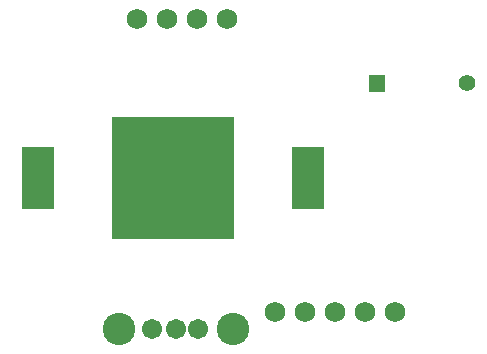
<source format=gbs>
G04 Layer: BottomSolderMaskLayer*
G04 EasyEDA v6.3.22, 2020-04-03T23:48:27+02:00*
G04 c84acfee6ada4594b27f9e032ef05081,b454bf58618a4ea094e2924ff918fcb0,10*
G04 Gerber Generator version 0.2*
G04 Scale: 100 percent, Rotated: No, Reflected: No *
G04 Dimensions in millimeters *
G04 leading zeros omitted , absolute positions ,3 integer and 3 decimal *
%FSLAX33Y33*%
%MOMM*%
G90*
G71D02*

%ADD32C,1.727200*%
%ADD36C,1.403198*%
%ADD37C,1.703197*%
%ADD38C,2.743200*%

%LPD*%
G54D32*
G01X42256Y6411D03*
G01X44796Y6379D03*
G01X47336Y6379D03*
G01X49876Y6379D03*
G01X52416Y6379D03*
G36*
G01X20819Y15104D02*
G01X20819Y20387D01*
G01X23562Y20387D01*
G01X23562Y15104D01*
G01X20819Y15104D01*
G37*
G36*
G01X43679Y15104D02*
G01X43679Y20387D01*
G01X46422Y20387D01*
G01X46422Y15104D01*
G01X43679Y15104D01*
G37*
G36*
G01X28439Y12564D02*
G01X28439Y22927D01*
G01X38802Y22927D01*
G01X38802Y12564D01*
G01X28439Y12564D01*
G37*
G36*
G01X50202Y25045D02*
G01X50202Y26448D01*
G01X51604Y26448D01*
G01X51604Y25045D01*
G01X50202Y25045D01*
G37*
G54D36*
G01X58502Y25746D03*
G54D37*
G01X33874Y4918D03*
G54D38*
G01X38675Y4918D03*
G01X29074Y4918D03*
G54D37*
G01X31868Y4918D03*
G01X35779Y4918D03*
G54D32*
G01X38192Y31207D03*
G01X35652Y31207D03*
G01X33112Y31207D03*
G01X30572Y31207D03*
M00*
M02*

</source>
